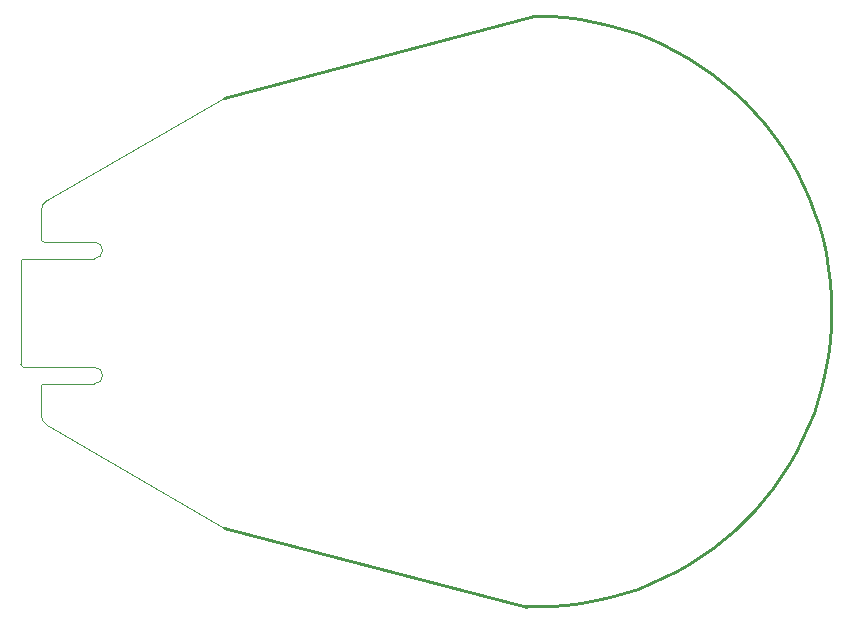
<source format=gm1>
G04 #@! TF.GenerationSoftware,KiCad,Pcbnew,8.0.1*
G04 #@! TF.CreationDate,2024-04-08T19:57:07+01:00*
G04 #@! TF.ProjectId,hexpansion,68657870-616e-4736-996f-6e2e6b696361,rev?*
G04 #@! TF.SameCoordinates,Original*
G04 #@! TF.FileFunction,Profile,NP*
%FSLAX46Y46*%
G04 Gerber Fmt 4.6, Leading zero omitted, Abs format (unit mm)*
G04 Created by KiCad (PCBNEW 8.0.1) date 2024-04-08 19:57:07*
%MOMM*%
%LPD*%
G01*
G04 APERTURE LIST*
G04 #@! TA.AperFunction,Profile*
%ADD10C,0.252998*%
G04 #@! TD*
G04 #@! TA.AperFunction,Profile*
%ADD11C,0.050000*%
G04 #@! TD*
G04 #@! TA.AperFunction,Profile*
%ADD12C,0.100000*%
G04 #@! TD*
G04 #@! TA.AperFunction,Profile*
%ADD13C,0.264582*%
G04 #@! TD*
G04 APERTURE END LIST*
D10*
X143140997Y-74887117D02*
X144372285Y-74978725D01*
X160406895Y-116665819D02*
X159579111Y-117534053D01*
X164998436Y-90289306D02*
X165437522Y-91427054D01*
X141772243Y-74856706D02*
X141901291Y-74856392D01*
X151632570Y-122891760D02*
X150497280Y-123339390D01*
X153673698Y-77801558D02*
X154737030Y-78402926D01*
X146939814Y-124348473D02*
X145708696Y-124568328D01*
D11*
X100500000Y-90473725D02*
X115480042Y-81802429D01*
D10*
X166868914Y-101142887D02*
X166772371Y-102412494D01*
X156774925Y-79762000D02*
X157745392Y-80518009D01*
X158680805Y-81323867D02*
X159579117Y-82178726D01*
X141041901Y-124841583D02*
X141104156Y-124866013D01*
D12*
X100250000Y-94000000D02*
G75*
G02*
X100000000Y-93750000I0J250000D01*
G01*
D10*
X163354919Y-87020804D02*
X163956286Y-88084131D01*
X141686504Y-124855455D02*
X141471598Y-124852677D01*
X152583509Y-77253435D02*
X153673698Y-77801558D01*
X141256728Y-124848053D02*
X141041901Y-124841583D01*
X155771455Y-79056689D02*
X156774925Y-79762000D01*
X147995157Y-75610367D02*
X149172287Y-75937023D01*
X141901291Y-74856392D02*
X143140997Y-74887117D01*
X159579117Y-82178726D02*
X160433977Y-83077037D01*
X166147472Y-93762629D02*
X166416638Y-94956357D01*
X146801414Y-75341199D02*
X147995157Y-75610367D01*
D11*
X100500000Y-109526269D02*
X115499995Y-118186522D01*
D13*
X115499995Y-118186522D02*
X141104156Y-124866013D01*
D10*
X158710877Y-118361836D02*
X157803763Y-119147599D01*
X166627467Y-96164646D02*
X166779111Y-97385448D01*
X145593107Y-75130369D02*
X146801414Y-75341199D01*
X148149331Y-124069318D02*
X146939814Y-124348473D01*
X154864851Y-121237049D02*
X153817926Y-121839018D01*
X162631835Y-113834122D02*
X161934827Y-114814282D01*
X150497280Y-123339390D02*
X149335677Y-123732433D01*
X160433977Y-83077037D02*
X161239836Y-84012449D01*
X166772371Y-102412494D02*
X166613387Y-103663642D01*
X153817926Y-121839018D02*
X152739975Y-122391112D01*
D11*
X100000000Y-93750000D02*
X100000000Y-91339750D01*
D10*
X166870719Y-98616713D02*
X166901443Y-99856392D01*
X159579111Y-117534053D02*
X158710877Y-118361836D01*
X166393532Y-104894760D02*
X166114377Y-106104277D01*
X150330754Y-76320319D02*
X151468512Y-76759406D01*
X155879179Y-120586776D02*
X154864851Y-121237049D01*
X163884077Y-111772869D02*
X163282108Y-112819794D01*
X154737030Y-78402926D02*
X155771455Y-79056689D01*
D11*
X100000000Y-91339750D02*
G75*
G02*
X100500021Y-90473762I1000000J-50D01*
G01*
D10*
X166613387Y-103663642D02*
X166393532Y-104894760D01*
D11*
X100000000Y-106250000D02*
X100000000Y-108660243D01*
D10*
X149335677Y-123732433D02*
X148149331Y-124069318D01*
X149172287Y-75937023D02*
X150330754Y-76320319D01*
X166416638Y-94956357D02*
X166627467Y-96164646D01*
X141643219Y-74857689D02*
X141772243Y-74856706D01*
X161239836Y-84012449D02*
X161995845Y-84982913D01*
D12*
X100000000Y-106250000D02*
G75*
G02*
X100250000Y-106000000I250000J0D01*
G01*
D10*
X141471598Y-124852677D02*
X141256728Y-124848053D01*
D13*
X141686188Y-74842468D02*
X141643219Y-74857689D01*
D10*
X163282108Y-112819794D02*
X162631835Y-113834122D01*
X151468512Y-76759406D02*
X152583509Y-77253435D01*
X162701156Y-85986381D02*
X163354919Y-87020804D01*
X164504408Y-89174315D02*
X164998436Y-90289306D01*
D13*
X115480042Y-81802429D02*
X141686188Y-74842468D01*
D10*
X165777493Y-107290622D02*
X165384450Y-108452224D01*
X166779111Y-97385448D02*
X166870719Y-98616713D01*
D11*
X100500000Y-109526268D02*
G75*
G02*
X99999963Y-108660243I500000J866068D01*
G01*
D10*
X164436171Y-110694919D02*
X163884077Y-111772869D01*
X143187940Y-124823854D02*
X141901443Y-124856384D01*
X144372285Y-74978725D02*
X145593107Y-75130369D01*
X157745392Y-80518009D02*
X158680805Y-81323867D01*
X141901443Y-124856384D02*
X141686504Y-124855455D01*
X166114377Y-106104277D02*
X165777493Y-107290622D01*
X166901443Y-99856392D02*
X166868914Y-101142887D01*
X161934827Y-114814282D02*
X161192657Y-115758705D01*
X152739975Y-122391112D02*
X151632570Y-122891760D01*
X157803763Y-119147599D02*
X156859340Y-119889769D01*
X165384450Y-108452224D02*
X164936819Y-109587514D01*
X145708696Y-124568328D02*
X144457547Y-124727312D01*
X156859340Y-119889769D02*
X155879179Y-120586776D01*
X163956286Y-88084131D02*
X164504408Y-89174315D01*
X164936819Y-109587514D02*
X164436171Y-110694919D01*
X165820817Y-92585512D02*
X166147472Y-93762629D01*
X161192657Y-115758705D02*
X160406895Y-116665819D01*
X144457547Y-124727312D02*
X143187940Y-124823854D01*
X165437522Y-91427054D02*
X165820817Y-92585512D01*
X161995845Y-84982913D02*
X162701156Y-85986381D01*
D11*
X98250000Y-104400000D02*
X98250000Y-95600000D01*
X104500000Y-94000000D02*
X100250000Y-94000000D01*
X104500000Y-95400000D02*
X98450000Y-95400000D01*
X104500000Y-104600000D02*
X98450000Y-104600000D01*
X104500000Y-106000000D02*
X100250000Y-106000000D01*
X98250000Y-95600000D02*
G75*
G02*
X98450000Y-95400000I200000J0D01*
G01*
X98450000Y-104600000D02*
G75*
G02*
X98250000Y-104400000I0J200000D01*
G01*
X104500000Y-94000000D02*
G75*
G02*
X105200000Y-94700000I0J-700000D01*
G01*
X104500000Y-104600000D02*
G75*
G02*
X105200000Y-105300000I0J-700000D01*
G01*
X105200000Y-94700000D02*
G75*
G02*
X104500000Y-95400000I-700000J0D01*
G01*
X105200000Y-105300000D02*
G75*
G02*
X104500000Y-106000000I-700000J0D01*
G01*
M02*

</source>
